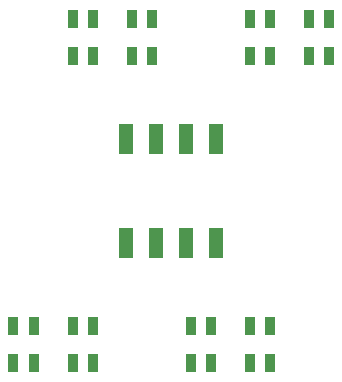
<source format=gtp>
G04 #@! TF.GenerationSoftware,KiCad,Pcbnew,(5.1.9)-1*
G04 #@! TF.CreationDate,2023-02-02T22:46:09+01:00*
G04 #@! TF.ProjectId,Leds,4c656473-2e6b-4696-9361-645f70636258,rev?*
G04 #@! TF.SameCoordinates,PXd59f80PYd59f80*
G04 #@! TF.FileFunction,Paste,Top*
G04 #@! TF.FilePolarity,Positive*
%FSLAX46Y46*%
G04 Gerber Fmt 4.6, Leading zero omitted, Abs format (unit mm)*
G04 Created by KiCad (PCBNEW (5.1.9)-1) date 2023-02-02 22:46:09*
%MOMM*%
%LPD*%
G01*
G04 APERTURE LIST*
%ADD10R,0.900000X1.600000*%
%ADD11R,1.200000X2.500000*%
G04 APERTURE END LIST*
D10*
X19350000Y-32400000D03*
X17650000Y-32400000D03*
X19350000Y-35600000D03*
X17650000Y-35600000D03*
X24350000Y-32400000D03*
X22650000Y-32400000D03*
X24350000Y-35600000D03*
X22650000Y-35600000D03*
X9350000Y-32400000D03*
X7650000Y-32400000D03*
X9350000Y-35600000D03*
X7650000Y-35600000D03*
X4350000Y-32400000D03*
X2650000Y-32400000D03*
X4350000Y-35600000D03*
X2650000Y-35600000D03*
X27650000Y-9600000D03*
X29350000Y-9600000D03*
X27650000Y-6400000D03*
X29350000Y-6400000D03*
X22650000Y-9600000D03*
X24350000Y-9600000D03*
X22650000Y-6400000D03*
X24350000Y-6400000D03*
X12650000Y-9600000D03*
X14350000Y-9600000D03*
X12650000Y-6400000D03*
X14350000Y-6400000D03*
X7650000Y-9600000D03*
X9350000Y-9600000D03*
X7650000Y-6400000D03*
X9350000Y-6400000D03*
D11*
X17270000Y-16593000D03*
X17270000Y-25407000D03*
X14730000Y-16593000D03*
X14730000Y-25407000D03*
X19810000Y-25407000D03*
X19810000Y-16593000D03*
X12190000Y-16593000D03*
X12190000Y-25407000D03*
M02*

</source>
